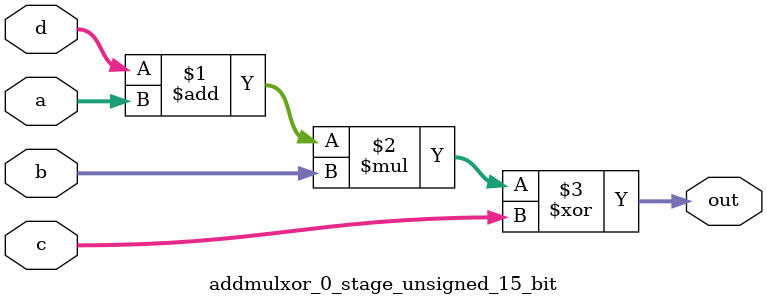
<source format=sv>
(* use_dsp = "yes" *) module addmulxor_0_stage_unsigned_15_bit(
	input  [14:0] a,
	input  [14:0] b,
	input  [14:0] c,
	input  [14:0] d,
	output [14:0] out
	);

	assign out = ((d + a) * b) ^ c;
endmodule

</source>
